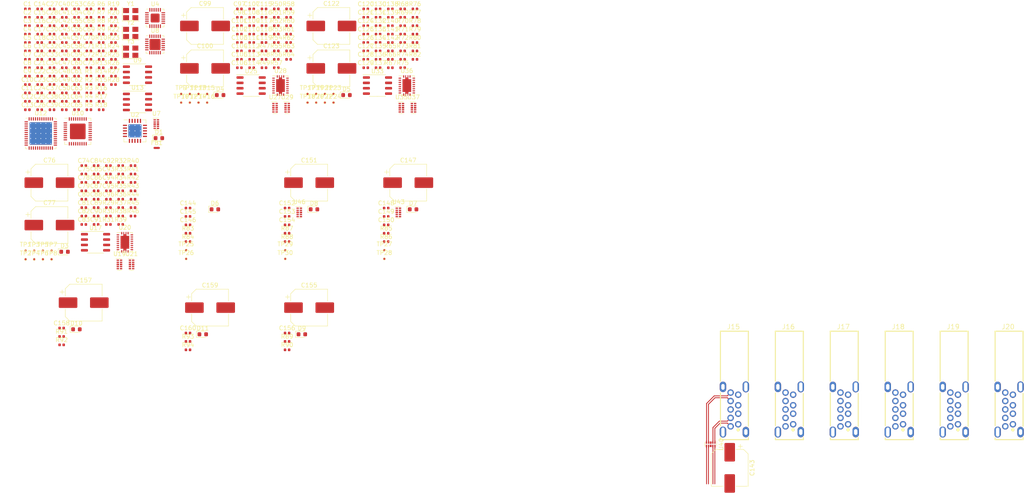
<source format=kicad_pcb>
(kicad_pcb (version 20221018) (generator pcbnew)
  (layers (0 "F.Cu" signal) (1 "In1.Cu" signal) (2 "In2.Cu" signal) (31 "B.Cu" signal) (34 "B.Paste" user) (35 "F.Paste" user) (36 "B.SilkS" user "B.Silkscreen") (37 "F.SilkS" user "F.Silkscreen") (38 "B.Mask" user) (39 "F.Mask" user) (44 "Edge.Cuts" user))
  (net 0 "")
  (net 1 "Net-(C4-Pad1)")
  (net 2 "+1V5")
  (net 3 "Net-(U2-BIAS)")
  (net 4 "Net-(U3-BST)")
  (net 5 "Net-(U3-SW)")
  (net 6 "Net-(C13-Pad1)")
  (net 7 "GND")
  (net 8 "Net-(U3-FB)")
  (net 9 "Net-(U3-SS)")
  (net 10 "Net-(D7-A2)")
  (net 11 "Net-(J3-SSTX-)")
  (net 12 "Net-(J3-SSTX+)")
  (net 13 "Net-(J3-SSRX-)")
  (net 14 "Net-(J3-SSRX+)")
  (net 15 "Net-(U1-RT)")
  (net 16 "Net-(U1-EN)")
  (net 17 "+24V")
  (net 18 "Net-(U1-SW)")
  (net 19 "Net-(U1-BST)")
  (net 20 "Net-(U1-SS)")
  (net 21 "Net-(U1-FB)")
  (net 22 "PP_HV2")
  (net 23 "Net-(D8-A2)")
  (net 24 "Net-(U21-O3)")
  (net 25 "Net-(U21-O4)")
  (net 26 "Net-(D9-A2)")
  (net 27 "+3V3")
  (net 28 "Net-(D3-A2)")
  (net 29 "Net-(D4-A2)")
  (net 30 "+1V2")
  (net 31 "Net-(J9-SHIELD)")
  (net 32 "Net-(D5-A2)")
  (net 33 "Net-(D6-A2)")
  (net 34 "Net-(D1-A2)")
  (net 35 "Net-(D11-A2)")
  (net 36 "Net-(J3-SHIELD)")
  (net 37 "Net-(U2-FB)")
  (net 38 "Net-(U2-PG)")
  (net 39 "Net-(U3-EN)")
  (net 40 "Net-(U3-RT)")
  (net 41 "HUB0_~{RST}")
  (net 42 "HUB1_VBUS_DET")
  (net 43 "I2C_DATA")
  (net 44 "I2C_CLK")
  (net 45 "HUB1_~{RST}")
  (net 46 "Net-(U11-ILIM)")
  (net 47 "Net-(Q5-S)")
  (net 48 "Net-(R48-Pad1)")
  (net 49 "Net-(U31-ILIM)")
  (net 50 "Net-(U51-ILIM)")
  (net 51 "Net-(U49-ILIM)")
  (net 52 "Net-(Q5-G)")
  (net 53 "VBUS_EN_P1")
  (net 54 "VBUS_EN_P2")
  (net 55 "VBUS_EN_P3")
  (net 56 "VBUS_EN_P4")
  (net 57 "VBUS_EN_P6")
  (net 58 "VBUS_EN_P7")
  (net 60 "/PD_Port_1/SS_TX+")
  (net 61 "/PD_Port_1/SS_TX-")
  (net 62 "/PD_Port_1/SS_RX+")
  (net 63 "/PD_Port_1/SS_RX-")
  (net 64 "/PD_Port_2/SS_TX+")
  (net 65 "/PD_Port_2/SS_TX-")
  (net 66 "/PD_Port_2/SS_RX+")
  (net 67 "/PD_Port_2/SS_RX-")
  (net 68 "/PD_Port_3/SS_TX+")
  (net 69 "/PD_Port_3/SS_TX-")
  (net 70 "/PD_Port_3/SS_RX+")
  (net 71 "/PD_Port_3/SS_RX-")
  (net 72 "/USB3_Port_4/D+")
  (net 73 "/USB3_Port_4/D-")
  (net 74 "/USB3_Port_4/SS_TX+")
  (net 75 "/USB3_Port_4/SS_RX+")
  (net 76 "/USB3_Port_4/SS_RX-")
  (net 77 "/USB3_Port_7/D+")
  (net 78 "/USB3_Port_7/D-")
  (net 79 "/USB3_Port_7/SS_TX+")
  (net 80 "/USB3_Port_7/SS_RX+")
  (net 81 "/USB3_Port_7/SS_RX-")
  (net 82 "/USB3_Port_6/D+")
  (net 83 "/USB3_Port_6/D-")
  (net 84 "/USB3_Port_6/SS_TX+")
  (net 85 "/USB3_Port_6/SS_RX+")
  (net 86 "/USB3_Port_6/SS_RX-")
  (net 87 "/USB2_Port_7/D-")
  (net 88 "/USB2_Port_7/D+")
  (net 89 "/USB2_Port_8/D-")
  (net 90 "/USB2_Port_8/D+")
  (net 91 "/USB2_Port_9/D-")
  (net 92 "/USB2_Port_9/D+")
  (net 93 "/USB2_Port_7/VBUS_EN")
  (net 94 "/USB2_Port_7/VBUS_~{FAULT}")
  (net 95 "/USB2_Port_8/VBUS_EN")
  (net 96 "/USB2_Port_8/VBUS_~{FAULT}")
  (net 97 "/USB2_Port_9/VBUS_EN")
  (net 98 "/USB2_Port_9/VBUS_~{FAULT}")
  (net 99 "I2C_CLK1")
  (net 100 "I2C_DATA1")
  (net 101 "Net-(J14-Pin_6)")
  (net 102 "Net-(J14-Pin_5)")
  (net 103 "Net-(J14-Pin_4)")
  (net 104 "Net-(J14-Pin_3)")
  (net 105 "I2C_CLK2")
  (net 106 "I2C_DATA2")
  (net 107 "I2C_CLK3")
  (net 108 "I2C_DATA3")
  (net 109 "Net-(U5-XTALI{slash}CLKIN)")
  (net 110 "Net-(U5-XTALO)")
  (net 111 "Net-(C45-Pad1)")
  (net 112 "Net-(C45-Pad2)")
  (net 113 "Net-(U10-XTALIN{slash}CLKIN)")
  (net 114 "Net-(U10-XTALOUT)")
  (net 115 "Net-(U10-PLLFILT)")
  (net 116 "Net-(U10-CRFILT)")
  (net 117 "Net-(C58-Pad1)")
  (net 118 "Net-(U12-VDD12)")
  (net 119 "Net-(U12-AVDD12)")
  (net 120 "Net-(C65-Pad1)")
  (net 121 "Net-(U12-VUHS_1)")
  (net 122 "Net-(U12-VUHS_2)")
  (net 123 "Net-(U5-USB3DN_RXDM5)")
  (net 124 "Net-(U12-RX-)")
  (net 125 "Net-(U5-USB3DN_RXDP5)")
  (net 126 "Net-(U12-RX+)")
  (net 127 "Net-(U12-XI)")
  (net 128 "Net-(U12-XO)")
  (net 129 "Net-(C74-Pad1)")
  (net 130 "Net-(U15-HSB1)")
  (net 131 "Net-(C75-Pad1)")
  (net 132 "Net-(U15-HSB2)")
  (net 133 "Net-(U15-ISRN)")
  (net 134 "Net-(U15-ISRP)")
  (net 135 "Net-(U15-OSRP)")
  (net 136 "Net-(U15-OSRN)")
  (net 137 "Net-(U14-C_CC1)")
  (net 138 "Net-(U14-C_CC2)")
  (net 139 "Net-(U15-VREG)")
  (net 140 "Net-(U15-COMP)")
  (net 141 "Net-(C85-Pad2)")
  (net 142 "Net-(C86-Pad1)")
  (net 143 "Net-(C87-Pad1)")
  (net 144 "Net-(U15-INTBP)")
  (net 145 "Net-(U19-O3)")
  (net 146 "Net-(J9-TX2+)")
  (net 147 "Net-(U19-O4)")
  (net 148 "Net-(J9-TX2-)")
  (net 149 "Net-(J9-TX1+)")
  (net 150 "Net-(J9-TX1-)")
  (net 151 "Net-(C97-Pad1)")
  (net 152 "Net-(U23-HSB1)")
  (net 153 "Net-(C98-Pad1)")
  (net 154 "Net-(U23-HSB2)")
  (net 155 "Net-(U23-ISRN)")
  (net 156 "Net-(U23-ISRP)")
  (net 157 "Net-(U23-OSRP)")
  (net 158 "Net-(U23-OSRN)")
  (net 159 "Net-(U22-C_CC1)")
  (net 160 "Net-(U22-C_CC2)")
  (net 161 "Net-(U23-VREG)")
  (net 162 "Net-(U23-COMP)")
  (net 163 "Net-(C108-Pad2)")
  (net 164 "Net-(C109-Pad1)")
  (net 165 "Net-(C110-Pad1)")
  (net 166 "Net-(U23-INTBP)")
  (net 167 "Net-(U27-O3)")
  (net 168 "Net-(J11-TX2+)")
  (net 169 "Net-(U27-O4)")
  (net 170 "Net-(J11-TX2-)")
  (net 171 "Net-(U29-O4)")
  (net 172 "Net-(J11-TX1+)")
  (net 173 "Net-(U29-O3)")
  (net 174 "Net-(J11-TX1-)")
  (net 175 "Net-(J11-SHIELD)")
  (net 176 "Net-(C120-Pad1)")
  (net 177 "Net-(U31-HSB1)")
  (net 178 "Net-(C121-Pad1)")
  (net 179 "Net-(U31-HSB2)")
  (net 180 "Net-(U31-ISRN)")
  (net 181 "Net-(U31-ISRP)")
  (net 182 "Net-(U31-OSRP)")
  (net 183 "Net-(U31-OSRN)")
  (net 184 "Net-(U30-C_CC1)")
  (net 185 "Net-(U30-C_CC2)")
  (net 186 "Net-(U31-VREG)")
  (net 187 "Net-(U31-COMP)")
  (net 188 "Net-(C131-Pad2)")
  (net 189 "Net-(C132-Pad1)")
  (net 190 "Net-(C133-Pad1)")
  (net 191 "Net-(U31-INTBP)")
  (net 192 "Net-(U35-O3)")
  (net 193 "Net-(J13-TX2+)")
  (net 194 "Net-(U35-O4)")
  (net 195 "Net-(J13-TX2-)")
  (net 196 "Net-(U37-O4)")
  (net 197 "Net-(J13-TX1+)")
  (net 198 "Net-(U37-O3)")
  (net 199 "Net-(J13-TX1-)")
  (net 200 "Net-(J13-SHIELD)")
  (net 201 "Net-(J15-SHIELD)")
  (net 202 "Net-(J16-SHIELD)")
  (net 203 "Net-(J17-SHIELD)")
  (net 204 "Net-(D10-A2)")
  (net 205 "Net-(J9-RX2-)")
  (net 206 "Net-(J9-RX2+)")
  (net 207 "Net-(J9-RX1-)")
  (net 208 "Net-(J9-RX1+)")
  (net 209 "Net-(J11-RX2-)")
  (net 210 "Net-(J11-RX2+)")
  (net 211 "Net-(J11-RX1-)")
  (net 212 "Net-(J11-RX1+)")
  (net 213 "Net-(J13-RX2-)")
  (net 214 "Net-(J13-RX2+)")
  (net 215 "Net-(J13-RX1-)")
  (net 216 "Net-(J13-RX1+)")
  (net 217 "Net-(U4-~{RESET})")
  (net 218 "Net-(U8-~{RESET}{slash}PA0)")
  (net 219 "Net-(R18-Pad2)")
  (net 220 "Net-(D2-A)")
  (net 221 "Net-(U5-SPI_CLK{slash}C_ATTACH3{slash}GPIO4)")
  (net 222 "Net-(U5-RBIAS)")
  (net 223 "Net-(U10-RBIAS)")
  (net 224 "Net-(U12-RTERM)")
  (net 225 "Net-(U15-VINS)")
  (net 226 "Net-(R30-Pad1)")
  (net 227 "Net-(Q1-S)")
  (net 228 "Net-(Q1-G)")
  (net 229 "Net-(U14-ADCIN1)")
  (net 230 "Net-(U14-ADCIN2)")
  (net 231 "Net-(U15-ILIM)")
  (net 232 "Net-(U15-OLIM)")
  (net 233 "Net-(U23-VINS)")
  (net 234 "Net-(Q3-S)")
  (net 235 "Net-(Q3-G)")
  (net 236 "Net-(U22-ADCIN1)")
  (net 237 "Net-(U22-ADCIN2)")
  (net 238 "Net-(U23-ILIM)")
  (net 239 "Net-(U23-OLIM)")
  (net 240 "Net-(U31-VINS)")
  (net 241 "Net-(R66-Pad1)")
  (net 242 "Net-(U30-ADCIN1)")
  (net 243 "Net-(U30-ADCIN2)")
  (net 244 "Net-(U31-OLIM)")
  (net 245 "Net-(U38-ILIM)")
  (net 246 "Net-(U41-ILIM)")
  (net 247 "Net-(U44-ILIM)")
  (net 248 "Net-(U47-ILIM)")
  (net 249 "Net-(U14-I2C2_SCL)")
  (net 250 "Net-(U14-I2C2_SDA)")
  (net 251 "Net-(U14-~{I2C2_IRQ})")
  (net 252 "Net-(U22-I2C2_SCL)")
  (net 253 "Net-(U22-I2C2_SDA)")
  (net 254 "Net-(U22-~{I2C2_IRQ})")
  (net 255 "Net-(U30-I2C2_SCL)")
  (net 256 "Net-(U30-I2C2_SDA)")
  (net 257 "Net-(U30-~{I2C2_IRQ})")
  (net 269 "Net-(U10-USBDP_UP)")
  (net 270 "Net-(U10-USBDM_UP)")
  (net 271 "Net-(U12-TX+)")
  (net 272 "Net-(U12-TX-)")
  (net 273 "Net-(U5-SPI_DO{slash}C_ATTACH2{slash}GPIO5)")
  (net 274 "Net-(U5-SPI_DI{slash}GPIO9{slash}~{CFG_BC_EN})")
  (net 275 "Net-(U5-SPI_CE_N{slash}GPIO7{slash}~{CFG_NON_REM})")
  (net 276 "Net-(U5-USB3UP_TXDP)")
  (net 277 "Net-(U5-USB3UP_TXDM)")
  (net 278 "Net-(U5-USB3UP_RXDP)")
  (net 279 "Net-(U5-USB3UP_RXDM)")
  (net 290 "Net-(J4-Pin_6)")
  (net 291 "Net-(J4-Pin_5)")
  (net 307 "Net-(U12-VBUS)")
  (net 308 "Net-(J6-DET_B)")
  (net 312 "Net-(U12-SPI_MISO)")
  (net 313 "Net-(U12-SPI_MOSI)")
  (net 314 "Net-(U12-SPI_CK)")
  (net 315 "Net-(U12-SPI_CS)")
  (net 317 "Net-(J6-VDD)")
  (net 318 "Net-(J8-VDD)")
  (net 319 "Net-(J8-DAT1)")
  (net 320 "Net-(J8-DAT0)")
  (net 321 "Net-(J8-CLK)")
  (net 322 "Net-(J8-CMD)")
  (net 323 "Net-(J8-CD{slash}DAT3)")
  (net 324 "Net-(J8-DAT2)")
  (net 325 "Net-(J8-WRITE_PROTECT)")
  (net 326 "Net-(J8-CARD_DETECT)")
  (net 327 "Net-(J6-DAT1)")
  (net 328 "Net-(J6-DAT0)")
  (net 329 "Net-(J6-CLK)")
  (net 330 "Net-(J6-CMD)")
  (net 331 "Net-(J6-DAT3{slash}CD)")
  (net 332 "Net-(J6-DAT2)")
  (net 338 "Net-(U14-GPIO0)")
  (net 339 "Net-(J10-Pin_6)")
  (net 340 "Net-(J10-Pin_5)")
  (net 341 "Net-(J10-Pin_4)")
  (net 342 "Net-(J10-Pin_3)")
  (net 344 "Net-(U19-I1)")
  (net 345 "Net-(U19-I2)")
  (net 346 "Net-(U19-I3)")
  (net 347 "Net-(U19-I4)")
  (net 348 "Net-(U20-C0+)")
  (net 349 "Net-(U20-C0-)")
  (net 350 "Net-(U20-C1+)")
  (net 351 "Net-(U20-C1-)")
  (net 354 "Net-(U22-GPIO0)")
  (net 355 "Net-(J12-Pin_6)")
  (net 356 "Net-(J12-Pin_5)")
  (net 357 "Net-(J12-Pin_4)")
  (net 358 "Net-(J12-Pin_3)")
  (net 360 "Net-(U27-I1)")
  (net 361 "Net-(U27-I2)")
  (net 362 "Net-(U27-I3)")
  (net 363 "Net-(U27-I4)")
  (net 364 "Net-(U28-C0+)")
  (net 365 "Net-(U28-C0-)")
  (net 366 "Net-(U28-C1+)")
  (net 367 "Net-(U28-C1-)")
  (net 370 "Net-(U30-GPIO0)")
  (net 372 "Net-(U35-I1)")
  (net 373 "Net-(U35-I2)")
  (net 374 "Net-(U35-I3)")
  (net 375 "Net-(U35-I4)")
  (net 376 "Net-(U36-C0+)")
  (net 377 "Net-(U36-C0-)")
  (net 378 "Net-(U36-C1+)")
  (net 379 "Net-(U36-C1-)")
  (net 382 "Net-(J18-SHIELD)")
  (net 383 "Net-(J19-SHIELD)")
  (net 384 "Net-(J20-SHIELD)")
  (net 397 "/USB3_Port_4/SS_TX-")
  (net 398 "/USB3_Port_6/SS_TX-")
  (net 399 "/USB3_Port_7/SS_TX-")
  (footprint "Capacitor_SMD:C_0402_1005Metric" (layer "F.Cu") (at 14.155 45.575)
    (fp_text reference "C80")
    (fp_text value "100n")
  )
  (footprint "Capacitor_SMD:C_0402_1005Metric" (layer "F.Cu") (at 62.255 51.645)
    (fp_text reference "C154")
    (fp_text value "100n")
  )
  (footprint "Capacitor_SMD:C_0402_1005Metric" (layer "F.Cu") (at 86.695 0.495)
    (fp_text reference "C138")
    (fp_text value "100n")
  )
  (footprint "Resistor_SMD:R_0402_1005Metric" (layer "F.Cu") (at 62.615 10.445)
    (fp_text reference "R63")
    (fp_text value "100k")
  )
  (footprint "Capacitor_SMD:C_0402_1005Metric" (layer "F.Cu") (at 15.355 12.435)
    (fp_text reference "C72")
    (fp_text value "TBD")
  )
  (footprint "Package_SON:USON-10_2.5x1.0mm_P0.5mm" (layer "F.Cu") (at 31.315 27.775)
    (fp_text reference "U7")
    (fp_text value "TPD4E02B04")
  )
  (footprint "Resistor_SMD:R_0402_1005Metric" (layer "F.Cu") (at 18.265 10.445)
    (fp_text reference "R11")
    (fp_text value "30k9")
  )
  (footprint "Resistor_SMD:R_0402_1005Metric" (layer "F.Cu") (at 25.795 43.585)
    (fp_text reference "R43")
    (fp_text value "50k")
  )
  (footprint "Package_SON:USON-10_2.5x1.0mm_P0.5mm" (layer "F.Cu") (at 25.455 61.015)
    (fp_text reference "U21")
    (fp_text value "TPD4E02B04")
  )
  (footprint "Package_SON:USON-10_2.5x1.0mm_P0.5mm" (layer "F.Cu") (at 88.595 48.695)
    (fp_text reference "U43")
    (fp_text value "TPD4E02B04")
  )
  (footprint "Resistor_SMD:R_0402_1005Metric" (layer "F.Cu") (at 25.795 45.575)
    (fp_text reference "R44")
    (fp_text value "50k")
  )
  (footprint "Capacitor_SMD:C_0402_1005Metric" (layer "F.Cu") (at 12.445 16.415)
    (fp_text reference "C61")
    (fp_text value "1u")
  )
  (footprint "Capacitor_SMD:C_0402_1005Metric" (layer "F.Cu") (at 85.705 51.645)
    (fp_text reference "C150")
    (fp_text value "100n")
  )
  (footprint "Resistor_SMD:R_0402_1005Metric" (layer "F.Cu") (at 22.885 43.585)
    (fp_text reference "R35")
    (fp_text value "30R1")
  )
  (footprint "Resistor_SMD:R_0402_1005Metric" (layer "F.Cu") (at 86.695 10.445)
    (fp_text reference "R65")
    (fp_text value "5m")
  )
  (footprint "Capacitor_SMD:C_0402_1005Metric" (layer "F.Cu") (at 3.715 18.405)
    (fp_text reference "C23")
    (fp_text value "100n")
  )
  (footprint "Resistor_SMD:R_0402_1005Metric" (layer "F.Cu") (at 8.905 80.065)
    (fp_text reference "R92")
    (fp_text value "300R")
  )
  (footprint "Capacitor_SMD:C_0402_1005Metric" (layer "F.Cu") (at 14.155 51.545)
    (fp_text reference "C83")
    (fp_text value "220p")
  )
  (footprint "TestPoint:TestPoint_Pad_D0.5mm" (layer "F.Cu") (at 69.145 20.625)
    (fp_text reference "TP19")
    (fp_text value "TestPoint_Small")
  )
  (footprint "Capacitor_SMD:CP_Elec_8x10.5" (layer "F.Cu") (at 167 109.2 -90)
    (fp_text reference "C143")
    (fp_text value "100u")
  )
  (footprint "Crystal:Crystal_SMD_Abracon_ABM8G-4Pin_3.2x2.5mm" (layer "F.Cu") (at 25.255 10.625)
    (fp_text reference "Y3")
    (fp_text value "25MHz")
  )
  (footprint "Capacitor_SMD:C_0402_1005Metric" (layer "F.Cu") (at 12.445 2.485)
    (fp_text reference "C54")
    (fp_text value "TBD")
  )
  (footprint "Resistor_SMD:R_0402_1005Metric" (layer "F.Cu") (at 62.615 2.485)
    (fp_text reference "R59")
    (fp_text value "DNP")
  )
  (footprint "TestPoint:TestPoint_Pad_D0.5mm" (layer "F.Cu") (at 2.425 57.745)
    (fp_text reference "TP3")
    (fp_text value "TestPoint_Small")
  )
  (footprint "Resistor_SMD:R_0402_1005Metric" (layer "F.Cu") (at 21.175 6.465)
    (fp_text reference "R22")
    (fp_text value "10k")
  )
  (footprint "Capacitor_SMD:CP_Elec_8x10.5" (layer "F.Cu") (at 72.745 4.525)
    (fp_text reference "C122")
    (fp_text value "100u")
  )
  (footprint "Connector_USB:USB3_A-TH_U231-091N-4BLCC14-S-5" (layer "F.Cu") (at 194.11 95.37 180)
    (fp_text reference "J17")
    (fp_text value "USB3_A" hide)
  )
  (footprint "Resistor_SMD:R_0402_1005Metric" (layer "F.Cu") (at 92.515 4.475)
    (fp_text reference "R78")
    (fp_text value "DNP")
  )
  (footprint "Capacitor_SMD:C_0402_1005Metric" (layer "F.Cu") (at 50.975 10.445)
    (fp_text reference "C104")
    (fp_text value "100n")
  )
  (footprint "Resistor_SMD:R_0402_1005Metric" (layer "F.Cu") (at 62.615 6.465)
    (fp_text reference "R61")
    (fp_text value "50k")
  )
  (footprint "Diode_SMD:D_0603_1608Metric" (layer "F.Cu") (at 31.925 31.095)
    (fp_text reference "D1")
    (fp_text value "VBUS05B1-SD0\n")
  )
  (footprint "Capacitor_SMD:C_0402_1005Metric" (layer "F.Cu") (at 6.625 22.385)
    (fp_text reference "C38")
    (fp_text value "100n")
  )
  (footprint "Capacitor_SMD:C_0402_1005Metric" (layer "F.Cu") (at 0.805 24.375)
    (fp_text reference "C13")
    (fp_text value "56p")
  )
  (footprint "Capacitor_SMD:C_0402_1005Metric" (layer "F.Cu") (at 80.875 2.485)
    (fp_text reference "C121")
    (fp_text value "47n")
  )
  (footprint "Capacitor_SMD:C_0402_1005Metric" (layer "F.Cu") (at 50.975 12.435)
    (fp_text reference "C105")
    (fp_text value "220p")
  )
  (footprint "Capacitor_SMD:C_0402_1005Metric" (layer "F.Cu") (at 12.445 18.405)
    (fp_text reference "C62")
    (fp_text value "100n")
  )
  (footprint "Resistor_SMD:R_0402_1005Metric" (layer "F.Cu") (at 92.515 10.445)
    (fp_text reference "R81")
    (fp_text value "100k")
  )
  (footprint "Capacitor_SMD:C_0402_1005Metric" (layer "F.Cu") (at 83.785 8.455)
    (fp_text reference "C134")
    (fp_text value "100n")
  )
  (footprint "Capacitor_SMD:C_0402_1005Metric" (layer "F.Cu") (at 3.715 8.455)
    (fp_text reference "C18")
    (fp_text value "100n")
  )
  (footprint "Capacitor_SMD:C_0402_1005Metric" (layer "F.Cu") (at 19.975 43.585)
    (fp_text reference "C95")
    (fp_text value "100n")
  )
  (footprint "Resistor_SMD:R_0402_1005Metric" (layer "F.Cu") (at 15.355 16.415)
    (fp_text reference "R1")
    (fp_text value "DNP")
  )
  (footprint "Capacitor_SMD:C_0402_1005Metric" (layer "F.Cu") (at 50.975 2.485)
    (fp_text reference "C98")
    (fp_text value "47n")
  )
  (footprint "Diode_SMD:D_0603_1608Metric" (layer "F.Cu") (at 68.625 47.965)
    (fp_text reference "D8")
    (fp_text value "VBUS05B1-SD0\n")
  )
  (footprint "Capacitor_SMD:C_0402_1005Metric" (layer "F.Cu") (at 17.065 39.605)
    (fp_text reference "C85")
    (fp_text value "1n")
  )
  (footprint "Capacitor_SMD:C_0402_1005Metric" (layer "F.Cu") (at 83.785 4.475)
    (fp_text reference "C132")
    (fp_text value "DNP")
  )
  (footprint "Capacitor_SMD:C_0402_1005Metric" (layer "F.Cu") (at 38.805 77.265)
    (fp_text reference "C160")
    (fp_text value "100n")
  )
  (footprint "Capacitor_SMD:C_0402_1005Metric" (layer "F.Cu") (at 9.535 14.425)
    (fp_text reference "C47")
    (fp_text value "100n")
  )
  (footprint "Resistor_SMD:R_0402_1005Metric" (layer "F.Cu") (at 15.355 20.395)
    (fp_text reference "R3")
    (fp_text value "8k66")
  )
  (footprint "Capacitor_SMD:C_0402_1005Metric" (layer "F.Cu") (at 86.695 2.485)
    (fp_text reference "C139")
    (fp_text value "100n")
  )
  (footprint "Connector_USB:USB3_A-TH_U231-091N-4BLCC14-S-5" (layer "F.Cu") (at 168.11 95.37 180)
    (fp_text reference "J15")
    (fp_text value "USB3_A" hide)
  )
  (footprint "Resistor_SMD:R_0402_1005Metric" (layer "F.Cu") (at 59.705 0.495)
    (fp_text reference "R50")
    (fp_text value "10k")
  )
  (footprint "Capacitor_SMD:C_0402_1005Metric" (layer "F.Cu") (at 15.355 6.465)
    (fp_text reference "C69")
    (fp_text value "100n")
  )
  (footprint "Capacitor_SMD:C_0402_1005Metric" (layer "F.Cu") (at 12.445 22.385)
    (fp_text reference "C64")
    (fp_text value "100n")
  )
  (footprint "TestPoint:TestPoint_Pad_D0.5mm" (layer "F.Cu") (at 61.825 57.645)
    (fp_text reference "TP29")
    (fp_text value "TestPoint_Small")
  )
  (footprint "Diode_SMD:D_0603_1608Metric" (layer "F.Cu") (at 46.415 20.895)
    (fp_text reference "D4")
    (fp_text value "TBD")
  )
  (footprint "Capacitor_SMD:C_0402_1005Metric" (layer "F.Cu") (at 6.625 6.465)
    (fp_text reference "C30")
    (fp_text value "100n")
  )
  (footprint "Connector_USB:USB3_A-TH_U231-091N-4BLCC14-S-5" (layer "F.Cu") (at 233.11 95.37 180)
    (fp_text reference "J20")
    (fp_text value "USB3_A" hide)
  )
  (footprint "Resistor_SMD:R_0402_1005Metric" (layer "F.Cu") (at 59.705 8.455)
    (fp_text reference "R54")
    (fp_text value "10k")
  )
  (footprint "Capacitor_SMD:CP_Elec_8x10.5" (layer "F.Cu") (at 72.745 14.575)
    (fp_text reference "C123")
    (fp_text value "100u")
  )
  (footprint "TestPoint:TestPoint_Pad_D0.5mm" (layer "F.Cu") (at 4.475 59.795)
    (fp_text reference "TP6")
    (fp_text value "TestPoint_Small")
  )
  (footprint "Capacitor_SMD:C_0402_1005Metric" (layer "F.Cu") (at 19.975 41.595)
    (fp_text reference "C94")
    (fp_text value "100n")
  )
  (footprint "Package_DFN_QFN:Texas_VQFN-RHL-20" (layer "F.Cu") (at 60.695 18.645)
    (fp_text reference "U28")
    (fp_text value "HD3SS3212")
  )
  (footprint "TestPoint:TestPoint_Pad_D0.5mm" (layer "F.Cu") (at 85.275 59.695)
    (fp_text reference "TP28")
    (fp_text value "TestPoint_Small")
  )
  (footprint "Resistor_SMD:R_0402_1005Metric" (layer "F.Cu") (at 22.885 37.615)
    (fp_text reference "R32")
    (fp_text value "10k")
  )
  (footprint "Capacitor_SMD:C_0402_1005Metric" (layer "F.Cu") (at 56.795 2.485)
    (fp_text reference "C116")
    (fp_text value "100n")
  )
  (footprint "Resistor_SMD:R_0402_1005Metric" (layer "F.Cu") (at 21.175 0.495)
    (fp_text reference "R19")
    (fp_text value "300R")
  )
  (footprint "Resistor_SMD:R_0402_1005Metric" (layer "F.Cu") (at 38.805 79.255)
    (fp_text reference "R93")
    (fp_text value "33k2")
  )
  (footprint "Resistor_SMD:R_0402_1005Metric" (layer "F.Cu") (at 19.975 47.565)
    (fp_text reference "R29")
    (fp_text value "5m")
  )
  (footprint "Resistor_SMD:R_0402_1005Metric" (layer "F.Cu") (at 21.175 2.485)
    (fp_text reference "R20")
    (fp_text value "1k")
  )
  (footprint "Connector_USB:USB3_A-TH_U231-091N-4BLCC14-S-5" (layer "F.Cu") (at 207.11 95.37 180)
    (fp_text reference "J18")
    (fp_text value "USB3_A" hide)
  )
  (footprint "Package_DFN_QFN:Texas_VQFN-RHL-20" (layer "F.Cu") (at 90.595 18.645)
    (fp_text reference "U36")
    (fp_text value "HD3SS3212")
  )
  (footprint "Resistor_SMD:R_0402_1005Metric" (layer "F.Cu") (at 56.795 12.435)
    (fp_text reference "R48")
    (fp_text value "10m")
  )
  (footprint "Capacitor_SMD:C_0402_1005Metric" (layer "F.Cu") (at 85.705 49.655)
    (fp_text reference "C149")
    (fp_text value "100n")
  )
  (footprint "Capacitor_SMD:C_0402_1005Metric" (layer "F.Cu") (at 62.255 49.655)
    (fp_text reference "C153")
    (fp_text value "100n")
  )
  (footprint "Capacitor_SMD:C_0402_1005Metric" (layer "F.Cu") (at 17.065 37.615)
    (fp_text reference "C84")
    (fp_text value "1u")
  )
  (footprint "Capacitor_SMD:C_0402_1005Metric" (layer "F.Cu") (at 53.885 2.485)
    (fp_text reference "C108")
    (fp_text value "1n")
  )
  (footprint "Capacitor_SMD:C_0402_1005Metric" (layer "F.Cu") (at 0.805 6.465)
    (fp_text reference "C4")
    (fp_text value "56p")
  )
  (footprint "NetTie:NetTie-2_SMD_Pad0.5mm" (layer "F.Cu") (at 31.405 33.415)
    (fp_text reference "FB1")
    (fp_text value "DNP")
  )
  (footprint "Capacitor_SMD:C_0402_1005Metric" (layer "F.Cu") (at 14.155 43.585)
    (fp_text reference "C79")
    (fp_text value "100n")
  )
  (footprint "Capacitor_SMD:CP_Elec_8x10.5" (layer "F.Cu") (at 44.025 71.245)
    (fp_text reference "C159")
    (fp_text value "100u")
  )
  (footprint "Resistor_SMD:R_0402_1005Metric" (layer "F.Cu") (at 18.265 8.455)
    (fp_text reference "R10")
    (fp_text value "DNP")
  )
  (footprint "Capacitor_SMD:C_0402_1005Metric" (layer "F.Cu") (at 9.535 6.465)
    (fp_text reference "C43")
    (fp_text value "100n")
  )
  (footprint "TestPoint:TestPoint_Pad_D0.5mm" (layer "F.Cu") (at 37.195 22.675)
    (fp_text reference "TP10")
    (fp_text value "TestPoint_Small")
  )
  (footprint "Package_SON:USON-10_2.5x1.0mm_P0.5mm" (layer "F.Cu") (at 89.305 23.895)
    (fp_text reference "U35")
    (fp_text value "TPD4E02B04")
  )
  (footprint "Diode_SMD:D_0603_1608Metric" (layer "F.Cu") (at 65.755 77.565)
    (fp_text reference "D9")
    (fp_text value "VBUS05B1-SD0\n")
  )
  (footprint "Capacitor_SMD:C_0402_1005Metric" (layer "F.Cu") (at 12.445 20.395)
    (fp_text reference "C63")
    (fp_text value "1u")
  )
  (footprint "Resistor_SMD:R_0402_1005Metric" (layer "F.Cu") (at 21.175 12.435)
    (fp_text reference "R25")
    (fp_text value "12k")
  )
  (footprint "Capacitor_SMD:C_0402_1005Metric" (layer "F.Cu") (at 6.625 14.425)
    (fp_text reference "C34")
    (fp_text value "100n")
  )
  (footprint "Capacitor_SMD:C_0402_1005Metric" (layer "F.Cu") (at 0.805 2.485)
    (fp_text reference "C2")
    (fp_text value "100n")
  )
  (footprint "Resistor_SMD:R_0402_1005Metric" (layer "F.Cu") (at 19.975 49.555)
    (fp_text reference "R30")
    (fp_text value "10m")
  )
  (footprint "Capacitor_SMD:C_0402_1005Metric" (layer "F.Cu") (at 17.065 45.575)
    (fp_text reference "C88")
    (fp_text value "100n")
  )
  (footprint "Capacitor_SMD:C_0402_1005Metric" (layer "F.Cu") (at 3.715 6.465)
    (fp_text reference "C17")
    (fp_text value "1u")
  )
  (footprint "Resistor_SMD:R_0402_1005Metric" (layer "F.Cu") (at 62.615 0.495)
    (fp_text reference "R58")
    (fp_text value "30R1")
  )
  (footprint "Resistor_SMD:R_0402_1005Metric" (layer "F.Cu") (at 92.515 0.495)
    (fp_text reference "R76")
    (fp_text value "30R1")
  )
  (footprint "Capacitor_SMD:C_0402_1005Metric" (layer "F.Cu") (at 50.975 8.455)
    (fp_text reference "C103")
    (fp_text value "100n")
  )
  (footprint "Capacitor_SMD:C_0402_1005Metric" (layer "F.Cu") (at 53.885 6.465)
    (fp_text reference "C110")
    (fp_text value "DNP")
  )
  (footprint "Capacitor_SMD:C_0402_1005Metric" (layer "F.Cu") (at 12.445 0.495)
    (fp_text reference "C53")
    (fp_text value "100n")
  )
  (footprint "Capacitor_SMD:C_0402_1005Metric" (layer "F.Cu") (at 3.715 2.485)
    (fp_text reference "C15")
    (fp_text value "33n")
  )
  (footprint "Capacitor_SMD:C_0402_1005Metric" (layer "F.Cu") (at 15.355 10.445)
    (fp_text reference "C71")
    (fp_text value "TBD")
  )
  (footprint "TestPoint:TestPoint_Pad_D0.5mm" (layer "F.Cu") (at 0.375 59.795)
    (fp_text reference "TP2")
    (fp_text value "TestPoint_Small")
  )
  (footprint "Capacitor_SMD:C_0402_1005Metric" (layer "F.Cu") (at 9.535 0.495)
    (fp_text reference "C40")
    (fp_text value "2u2")
  )
  (footprint "Capacitor_SMD:C_0402_1005Metric" (layer "F.Cu") (at 6.625 4.475)
    (fp_text reference "C29")
    (fp_text value "100n")
  )
  (footprint "Capacitor_SMD:C_0402_1005Metric" (layer "F.Cu") (at 62.255 77.265)
    (fp_text reference "C156")
    (fp_text value "100n")
  )
  (footprint "Resistor_SMD:R_0402_1005Metric" (layer "F.Cu") (at 59.705 4.475)
    (fp_text reference "R52")
    (fp_text value "30R1")
  )
  (footprint "Package_DFN_QFN:QFN-48-1EP_7x7mm_P0.5mm_EP5.3x5.3mm_ThermalVias" (layer "F.Cu") (at 3.975 29.995)
    (fp_text reference "U12")
    (fp_text value "GL3224")
  )
  (footprint "Capacitor_SMD:C_0402_1005Metric" (layer "F.Cu") (at 56.795 8.455)
    (fp_text reference "C119")
    (fp_text value "100n")
  )
  (footprint "Capacitor_SMD:C_0402_1005Metric" (layer "F.Cu") (at 12.445 8.455)
    (fp_text reference "C57")
    (fp_text value "100n")
  )
  (footprint "Diode_SMD:D_0603_1608Metric" (layer "F.Cu") (at 42.305 77.565)
    (fp_text reference "D11")
    (fp_text value "VBUS05B1-SD0\n")
  )
  (footprint "Resistor_SMD:R_0402_1005Metric" (layer "F.Cu") (at 92.515 12.435)
    (fp_text reference "R82")
    (fp_text value "300R")
  )
  (footprint "Capacitor_SMD:C_0402_1005Metric" (layer "F.Cu") (at 83.785 14.425)
    (fp_text reference "C137")
    (fp_text value "100n")
  )
  (footprint "Resistor_SMD:R_0402_1005Metric" (layer "F.Cu") (at 25.795 37.615)
    (fp_text reference "R40")
    (fp_text value "30R1")
  )
  (footprint "TestPoint:TestPoint_Pad_D0.5mm" (layer "F.Cu") (at 4.475 57.745)
    (fp_text reference "TP5")
    (fp_text value "TestPoint_Small")
  )
  (footprint "Capacitor_SMD:C_0402_1005Metric" (layer "F.Cu") (at 0.805 10.445)
    (fp_text reference "C6")
    (fp_text value "4u7")
  )
  (footprint "Capacitor_SMD:C_0402_1005Metric" (layer "F.Cu") (at 8.905 76.085)
    (fp_text reference "C158")
    (fp_text value "100n")
  )
  (footprint "TestPoint:TestPoint_Pad_D0.5mm" (layer "F.Cu") (at 41.295 22.675)
    (fp_text reference "TP14")
    (fp_text value "TestPoint_Small")
  )
  (footprint "TestPoint:TestPoint_Pad_D0.5mm" (layer "F.Cu") (at 43.345 22.675)
    (fp_text reference "TP16")
    (fp_text value "TestPoint_Small")
  )
  (footprint "Resistor_SMD:R_0402_1005Metric" (layer "F.Cu") (at 89.605 14.425)
    (fp_text reference "R75")
    (fp_text value "30R1")
  )
  (footprint "Capacitor_SMD:C_0402_1005Metric" (layer "F.Cu") (at 19.975 37.615)
    (fp_text reference "C92")
    (fp_text value "100n")
  )
  (footprint "Capacitor_SMD:C_0402_1005Metric" (layer "F.Cu") (at 0.805 20.395)
    (fp_text reference "C11")
    (fp_text value "100n")
  )
  (footprint "Capacitor_SMD:C_0402_1005Metric" (layer "F.Cu") (at 15.355 0.495)
    (fp_text reference "C66")
    (fp_text value "1u")
  )
  (footprint "Package_DFN_QFN:QFN-24-1EP_4x4mm_P0.5mm_EP2.6x2.6mm" (layer "F.Cu") (at 31.005 8.915)
    (fp_text reference "U8")
    (fp_text value "ATtiny3227-M")
  )
  (footprint "Capacitor_SMD:CP_Elec_8x10.5" (layer "F.Cu") (at 6.025 51.695)
    (fp_text reference "C77")
    (fp_text value "100u")
  )
  (footprint "Capacitor_SMD:C_0402_1005Metric" (layer "F.Cu") (at 17.065 47.565)
    (fp_text reference "C89")
    (fp_text value "100p")
  )
  (footprint "Resistor_SMD:R_0402_1005Metric" (layer "F.Cu") (at 15.355 18.405)
    (fp_text reference "R2")
    (fp_text value "DNP")
  )
  (footprint "Resistor_SMD:R_0402_1005Metric" (layer "F.Cu") (at 25.795 39.605)
    (fp_text reference "R41")
    (fp_text value "DNP")
  )
  (footprint "Resistor_SMD:R_0402_1005Metric" (layer "F.Cu") (at 85.705 53.635)
    (fp_text reference "R85")
    (fp_text value "33k2")
  )
  (footprint "Resistor_SMD:R_0402_1005Metric" (layer "F.Cu") (at 21.175 14.425)
    (fp_text reference "R26")
    (fp_text value "12k")
  )
  (footprint "Package_SON:USON-10_2.5x1.0mm_P0.5mm" (layer "F.Cu") (at 59.405 23.895)
    (fp_text reference "U27")
    (fp_text value "TPD4E02B04")
  )
  (footprint "Capacitor_SMD:C_0402_1005Metric" (layer "F.Cu") (at 3.715 16.415)
    (fp_text reference "C22")
    (fp_text value "100n")
  )
  (footprint "Capacitor_SMD:C_0402_1005Metric" (layer "F.Cu") (at 3.715 0.495)
    (fp_text reference "C14")
    (fp_text value "4u7")
  )
  (footprint "Capacitor_SMD:C_0402_1005Metric" (layer "F.Cu") (at 83.785 0.495)
    (fp_text reference "C130")
    (fp_text value "1u")
  )
  (footprint "Resistor_SMD:R_0402_1005Metric" (layer "F.Cu") (at 92.515 8.455)
    (fp_text reference "R80")
    (fp_text value "50k")
  )
  (footprint "Resistor_SMD:R_0402_1005Metric" (layer "F.Cu") (at 56.795 14.425)
    (fp_text reference "R49")
    (fp_text value "10k")
  )
  (footprint "Resistor_SMD:R_0402_1005Metric" (layer "F.Cu") (at 62.255 53.635)
    (fp_text reference "R87")
    (fp_text value "33k2")
  )
  (footprint "Resistor_SMD:R_0402_1005Metric" (layer "F.Cu") (at 59.705 2.485)
    (fp_text reference "R51")
    (fp_text value "10k")
  )
  (footprint "Resistor_SMD:R_0402_1005Metric" (layer "F.Cu") (at 22.885 47.565)
    (fp_text reference "R37")
    (fp_text value "10k")
  )
  (footprint "Resistor_SMD:R_0402_1005Metric" (layer "F.Cu") (at 59.705 14.425)
    (fp_text reference "R57")
    (fp_text value "30R1")
  )
  (footprint "Capacitor_SMD:C_0402_1005Metric" (layer "F.Cu") (at 17.065 49.555)
    (fp_text reference "C90")
    (fp_text value "100n")
  )
  (footprint "Connector_USB:USB3_A-TH_U231-091N-4BLCC14-S-5" (layer "F.Cu") (at 181.11 95.37 180)
    (fp_text reference "J16")
    (fp_text value "USB3_A" hide)
  )
  (footprint "Capacitor_SMD:C_0402_1005Metric" (layer "F.Cu") (at 6.625 18.405)
    (fp_text reference "C36")
    (fp_text value "100n")
  )
  (footprint "TestPoint:TestPoint_Pad_D0.5mm" (layer "F.Cu") (at 67.095 22.675)
    (fp_text reference "TP18")
    (fp_text value "TestPoint_Small")
  )
  (footprint "Capacitor_SMD:C_0402_1005Metric" (layer "F.Cu") (at 0.805 14.425)
    (fp_text reference "C8")
    (fp_text value "1u")
  )
  (footprint "Capacitor_SMD:C_0402_1005Metric" (layer "F.Cu") (at 80.875 10.445)
    (fp_text reference "C127")
    (fp_text value "100n")
  )
  (footprint "Resistor_SMD:R_0402_1005Metric" (layer "F.Cu") (at 25.795 47.565)
    (fp_text reference "R45")
    (fp_text value "100k")
  )
  (footprint "Capacitor_SMD:C_0402_1005Metric" (layer "F.Cu") (at 3.715 22.385)
    (fp_text reference "C25")
    (fp_text value "100n")
  )
  (footprint "Capacitor_SMD:C_0402_1005Metric" (layer "F.Cu") (at 0.805 0.495)
    (fp_text reference "C1")
    (fp_text value "10u")
  )
  (footprint "Capacitor_SMD:C_0402_1005Metric" (layer "F.Cu") (at 14.155 49.555)
    (fp_text reference "C82")
    (fp_text value "220p")
  )
  (footprint "Capacitor_SMD:C_0402_1005Metric" (layer "F.Cu") (at 53.885 12.435)
    (fp_text reference "C113")
    (fp_text value "100n")
  )
  (footprint "TestPoint:TestPoint_Pad_D0.5mm" (layer "F.Cu") (at 39.245 22.675)
    (fp_text reference "TP12")
    (fp_text value "TestPoint_Small")
  )
  (footprint "Resistor_SMD:R_0402_1005Metric" (layer "F.Cu") (at 62.615 4.475)
    (fp_text reference "R60")
    (fp_text value "DNP")
  )
  (footprint "Capacitor_SMD:C_0402_1005Metric" (layer "F.Cu") (at 50.975 0.495)
    (fp_text reference "C97")
    (fp_text value "47n")
  )
  (footprint "Capacitor_SMD:C_0402_1005Metric" (layer "F.Cu") (at 0.805 8.455)
    (fp_text reference "C5")
    (fp_text value "4u7")
  )
  (footprint "Capacitor_SMD:C_0402_1005Metric" (layer "F.Cu") (at 19.975 45.575)
    (fp_text reference "C96")
    (fp_text value "100n")
  )
  (footprint "Capacitor_SMD:C_0402_1005Metric" (layer "F.Cu") (at 6.625 0.495)
    (fp_text reference "C27")
    (fp_text value "100n")
  )
  (footprint "Resistor_SMD:R_0402_1005Metric" (layer "F.Cu") (at 22.885 51.545)
    (fp_text reference "R39")
    (fp_text value "30R1")
  )
  (footprint "Capacitor_SMD:C_0402_1005Metric" (layer "F.Cu") (at 50.975 4.475)
    (fp_text reference "C101")
    (fp_text value "1u")
  )
  (footprint "Capacitor_SMD:CP_Elec_8x10.5" (layer "F.Cu") (at 42.845 14.575)
    (fp_text reference "C100")
    (fp_text value "100u")
  )
  (footprint "Capacitor_SMD:C_0402_1005Metric" (layer "F.Cu") (at 56.795 4.475)
    (fp_text reference "C117")
    (fp_text value "100n")
  )
  (footprint "Resistor_SMD:R_0402_1005Metric" (layer "F.Cu") (at 89.605 0.495)
    (fp_text reference "R68")
    (fp_text value "10k")
  )
  (footprint "Resistor_SMD:R_0402_1005Metric" (layer "F.Cu") (at 21.175 16.415)
    (fp_text reference "R27")
    (fp_text value "150k")
  )
  (footprint "Resistor_SMD:R_0402_1005Metric" (layer "F.Cu") (at 25.795 41.595)
    (fp_text reference "R42")
    (fp_text value "DNP")
  )
  (footprint "Resistor_SMD:R_0402_1005Metric" (layer "F.Cu") (at 62.615 12.435)
    (fp_text reference "R64")
    (fp_text value "300R")
  )
  (footprint "Resistor_SMD:R_0402_1005Metric" (layer "F.Cu") (at 86.695 14.425)
    (fp_text reference "R67")
    (fp_text value "10k")
  )
  (footprint "Resistor_SMD:R_0402_1005Metric" (layer "F.Cu") (at 22.885 45.575)
    (fp_text reference "R36")
    (fp_text value "10k")
  )
  (footprint "Resistor_SMD:R_0402_1005Metric" (layer "F.Cu") (at 18.265 6.465)
    (fp_text reference "R9")
    (fp_text value "DNP")
  )
  (footprint "Capacitor_SMD:CP_Elec_8x10.5" (layer "F.Cu") (at 14.125 70.065)
    (fp_text reference "C157")
    (fp_text value "100u")
  )
  (footprint "Resistor_SMD:R_0402_1005Metric" (layer "F.Cu") (at 89.605 10.445)
    (fp_text reference "R73")
    (fp_text value "10k")
  )
  (footprint "TestPoint:TestPoint_Pad_D0.5mm" (layer "F.Cu") (at 61.825 59.695)
    (fp_text reference "TP30")
    (fp_text value "TestPoint_Small")
  )
  (footprint "Capacitor_SMD:C_0402_1005Metric" (layer "F.Cu") (at 6.625 20.395)
    (fp_text reference "C37")
    (fp_text value "100n")
  )
  (footprint "TestPoint:TestPoint_Pad_D0.5mm" (layer "F.Cu") (at 85.275 57.645)
    (fp_text reference "TP27")
    (fp_text value "TestPoint_Small")
  )
  (footprint "Capacitor_SMD:C_0402_1005Metric" (layer "F.Cu") (at 17.065 41.595)
    (fp_text reference "C86")
    (fp_text value "DNP")
  )
  (footprint "Package_SO:SOP-8_3.9x4.9mm_P1.27mm" (layer "F.Cu") (at 26.855 22.525)
    (fp_text reference "U13")
    (fp_text value "GD25D10CT")
  )
  (footprint "Capacitor_SMD:C_0402_1005Metric" (layer "F.Cu") (at 83.785 12.435)
    (fp_text reference "C136")
    (fp_text value "100n")
  )
  (footprint "Package_SON:USON-10_2.5x1.0mm_P0.5mm" (layer "F.Cu") (at 65.145 48.695)
    (fp_text reference "U46")
    (fp_text value "TPD4E02B04")
  )
  (footprint "Crystal:Crystal_SMD_Abracon_ABM8G-4Pin_3.2x2.5mm" (layer "F.Cu") (at 25.255 1.725)
    (fp_text reference "Y1")
    (fp_text value "25MHz")
  )
  (footprint "Capacitor_SMD:C_0402_1005Metric" (layer "F.Cu") (at 14.155 37.615)
    (fp_text reference "C74")
    (fp_text value "47n")
  )
  (footprint "TestPoint:TestPoint_Pad_D0.5mm" (layer "F.Cu") (at 41.295 20.625)
    (fp_text reference "TP13")
    (fp_text value "TestPoint_Small")
  )
  (footprint "Capacitor_SMD:C_0402_1005Metric" (layer "F.Cu") (at 0.805 18.405)
    (fp_text reference "C10")
    (fp_text value "10u")
  )
  (footprint "Capacitor_SMD:C_0402_1005Metric" (layer "F.Cu") (at 0.805 16.415)
    (fp_text reference "C9")
    (fp_text value "33n")
  )
  (footprint "Resistor_SMD:R_0402_1005Metric" (layer "F.Cu") (at 21.175 10.445)
    (fp_text reference "R24")
    (fp_text value "100k")
  )
  (footprint "Capacitor_SMD:C_0402_1005Metric" (layer "F.Cu") (at 9.535 18.405)
    (fp_text reference "C49")
    (fp_text value "100n")
  )
  (footprint "Resistor_SMD:R_0402_1005Metric" (layer "F.Cu") (at 89.605 8.455)
    (fp_text reference "R72")
    (fp_text value "10k")
  )
  (footprint "Resistor_SMD:R_0402_1005Metric" (layer "F.Cu") (at 8.905 78.075)
    (fp_text reference "R91")
    (fp_text value "33k2")
  )
  (footprint "Capacitor_SMD:C_0402_1005Metric" (layer "F.Cu") (at 38.805 49.655)
    (fp_text reference "C145")
    (fp_text value "100n")
  )
  (footprint "Capacitor_SMD:C_0402_1005Metric" (layer "F.Cu") (at 17.065 43.585)
    (fp_text reference "C87")
    (fp_text value "DNP")
  )
  (footprint "TestPoint:TestPoint_Pad_D0.5mm" (layer "F.Cu") (at 67.095 20.625)
    (fp_text reference "TP17")
    (fp_text value "TestPoint_Small")
  )
  (footprint "Resistor_SMD:R_0402_1005Metric" (layer "F.Cu") (at 89.605 2.485)
    (fp_text reference "R69")
    (fp_text value "10k")
  )
  (footprint "Resistor_SMD:R_0402_1005Metric" (layer "F.Cu") (at 92.515 6.465)
    (fp_text reference "R79")
    (fp_text value "50k")
  )
  (footprint "Package_SON:USON-10_2.5x1.0mm_P0.5mm" (layer "F.Cu") (at 62.275 23.895)
    (fp_text reference "U29")
    (fp_text value "TPD4E02B04")
  )
  (footprint "Package_SON:USON-10_2.5x1.0mm_P0.5mm" (layer "F.Cu") (at 22.585 61.015)
    (fp_text reference "U19")
    (fp_text value "TPD4E02B04")
  )
  (footprint "Capacitor_SMD:C_0402_1005Metric" (layer "F.Cu") (at 3.715 4.475)
    (fp_text reference "C16")
    (fp_text value "100n")
  )
  (footprint "Capacitor_SMD:C_0402_1005Metric" (layer "F.Cu") (at 9.535 20.395)
    (fp_text reference "C50")
    (fp_text value "100n")
  )
  (footprint "Resistor_SMD:R_0402_1005Metric" (layer "F.Cu") (at 62.615 8.455)
    (fp_text reference "R62")
    (fp_text value "50k")
  )
  (footprint "Resistor_SMD:R_0402_1005Metric" (layer "F.Cu") (at 25.795 49.555)
    (fp_text reference "R46")
    (fp_text value "300R")
  )
  (footprint "TestPoint:TestPoint_Pad_D0.5mm" (layer "F.Cu") (at 73.245 22.675)
    (fp_text reference "TP24")
    (fp_text value "TestPoint_Small")
  )
  (footprint "Capacitor_SMD:C_0402_1005Metric" (layer "F.Cu") (at 53.885 0.495)
    (fp_text reference "C107")
    (fp_text value "1u")
  )
  (footprint "Resistor_SMD:R_0402_1005Metric" (layer "F.Cu") (at 21.175 4.475)
    (fp_text reference "R21")
    (fp_text value "10k")
  )
  (footprint "Capacitor_SMD:C_0402_1005Metric" (layer "F.Cu") (at 9.535 24.375)
    (fp_text reference "C52")
    (fp_text value "100n")
  )
  (footprint "Capacitor_SMD:C_0402_1005Metric" (layer "F.Cu") (at 3.715 24.375)
    (fp_text reference "C26")
    (fp_text value "100n")
  )
  (footprint "Resistor_SMD:R_0402_1005Metric" (layer "F.Cu") (at 18.265 16.415)
    (fp_text reference "R14")
    (fp_text value "10k")
  )
  (footprint "Resistor_SMD:R_0402_1005Metric" (layer "F.Cu") (at 62.255 55.625)
    (fp_text reference "R88")
    (fp_text value "300R")
  )
  (footprint "Package_SO:SOP-8_3.9x4.9mm_P1.27mm" (layer "F.Cu") (at 16.925 55.765)
    (fp_text reference "U17")
    (fp_text value "GD25D10CT")
  )
  (footprint "Package_SO:SOP-8_3.9x4.9mm_P1.27mm" (layer "F.Cu") (at 83.645 18.645)
    (fp_text reference "U33")
    (fp_text value "GD25D10CT")
  )
  (footprint "Capacitor_SMD:C_0402_1005Metric" (layer "F.Cu") (at 50.975 14.425)
    (fp_text reference "C106")
    (fp_text value "220p")
  )
  (footprint "Resistor_SMD:R_0402_1005Metric" (layer "F.Cu") (at 18.265 2.485)
    (fp_text reference "R7")
    (fp_text value "20k")
  )
  (footprint "Diode_SMD:D_0603_1608Metric" (layer "F.Cu") (at 45.175 47.965)
    (fp_text reference "D6")
    (fp_text value "VBUS05B1-SD0\n")
  )
  (footprint "Capacitor_SMD:C_0402_1005Metric" (layer "F.Cu") (at 3.715 12.435)
    (fp_text reference "C20")
    (fp_text value "100n")
  )
  (footprint "Capacitor_SMD:C_0402_1005Metric" (layer "F.Cu") (at 80.875 8.455)
    (fp_text reference "C126")
    (fp_text value "100n")
  )
  (footprint "TestPoint:TestPoint_Pad_D0.5mm" (layer "F.Cu") (at 2.425 59.795)
    (fp_text reference "TP4")
    (fp_text value "TestPoint_Small")
  )
  (footprint "Package_SON:USON-10_2.5x1.0mm_P0.5mm" (layer "F.Cu") (at 92.175 23.895)
    (fp_text reference "U37")
    (fp_text value "TPD4E02B04")
  )
  (footprint "Resistor_SMD:R_0402_1005Metric" (layer "F.Cu") (at 38.805 55.625)
    (fp_text reference "R84")
    (fp_text value "300R")
  )
  (footprint "Capacitor_SMD:C_0402_1005Metric" (layer "F.Cu") (at 3.715 20.395)
    (fp_text reference "C24")
    (fp_text value "100n")
  )
  (footprint "Capacitor_SMD:C_0402_1005Metric" (layer "F.Cu") (at 53.885 14.425)
    (fp_text reference "C114")
    (fp_text value "100n")
  )
  (footprint "Capacitor_SMD:C_0402_1005Metric" (layer "F.Cu") (at 3.715 14.425)
    (fp_text reference "C21")
    (fp_text value "100n")
  )
  (footprint "Resistor_SMD:R_0402_1005Metric" (layer "F.Cu") (at 15.355 24.375)
    (fp_text reference "R5")
    (fp_text value "10k")
  )
  (footprint "TestPoint:TestPoint_Pad_D0.5mm" (layer "F.Cu") (at 43.345 20.625)
    (fp_text reference "TP15")
    (fp_text value "TestPoint_Small")
  )
  (footprint "TestPoint:TestPoint_Pad_D0.5mm" (layer "F.Cu") (at 37.195 20.625)
    (fp_text reference "TP9")
    (fp_text value "TestPoint_Small")
  )
  (footprint "Capacitor_SMD:C_0402_1005Metric" (layer "F.Cu") (at 0.805 12.435)
    (fp_text reference "C7")
    (fp_text value "22u")
  )
  (footprint "Diode_SMD:D_0603_1608Metric" (layer "F.Cu") (at 92.075 47.965)
    (fp_text reference "D7")
    (fp_text value "VBUS05B1-SD0\n")
  )
  (footprint "Capacitor_SMD:C_0402_1005Metric" (layer "F.Cu") (at 12.445 12.435)
    (fp_text reference "C59")
    (fp_text value "100n")
  )
  (footprint "Capacitor_SMD:C_0402_1005Metric" (layer "F.Cu") (at 80.875 0.495)
    (fp_text reference "C120")
    (fp_text value "47n")
  )
  (footprint "Capacitor_SMD:C_0402_1005Metric" (layer "F.Cu") (at 6.625 24.375)
    (fp_text reference "C39")
    (fp_text value "1u")
  )
  (footprint "Diode_SMD:D_0603_1608Metric" (layer "F.Cu") (at 76.315 20.895)
    (fp_text reference "D5")
    (fp_text value "TBD")
  )
  (footprint "Capacitor_SMD:C_0402_1005Metric" (layer "F.Cu") (at 9.535 10.445)
    (fp_text reference "C45")
    (fp_text value "1u")
  )
  (footprint "Connector_USB:USB3_A-TH_U231-091N-4BLCC14-S-5" (layer "F.Cu") (at 220.11 95.37 180)
    (fp_text reference "J19")
    (fp_text value "USB3_A" hide)
  )
  (footprint "Capacitor_SMD:C_0402_1005Metric" (layer "F.Cu") (at 80.875 12.435)
    (fp_text reference "C128")
    (fp_text value "220p")
  )
  (footprint "Capacitor_SMD:CP_Elec_8x10.5" (layer "F.Cu") (at 67.475 71.245)
    (fp_text reference "C155")
    (fp_text value "100u")
  )
  (footprint "Resistor_SMD:R_0402_1005Metric" (layer "F.Cu") (at 18.265 24.375)
    (fp_text reference "R18")
    (fp_text value "10k")
  )
  (footprint "Capacitor_SMD:C_0402_1005Metric" (layer "F.Cu") (at 9.535 22.385)
    (fp_text reference "C51")
    (fp_text value "100n")
  )
  (footprint "TestPoint:TestPoint_Pad_D0.5mm" (layer "F.Cu") (at 69.145 22.675)
    (fp_text reference "TP20")
    (fp_text value "TestPoint_Small")
  )
  (footprint "Resistor_SMD:R_0402_1005Metric" (layer "F.Cu") (at 62.255 81.245)
    (fp_text reference "R90")
    (fp_text value "300R")
  )
  (footprint "Resistor_SMD:R_0402_1005Metric" (layer "F.Cu") (at 38.805 81.245)
    (fp_text reference "R94")
    (fp_text value "300R")
  )
  (footprint "Capacitor_SMD:C_0402_1005Metric" (layer "F.Cu") (at 6.625 8.455)
    (fp_text reference "C31")
    (fp_text value "100n")
  )
  (footprint "Capacitor_SMD:C_0402_1005Metric" (layer "F.Cu") (at 12.445 14.425)
    (fp_text reference "C60")
    (fp_text value "100n")
  )
  (footprint "Capacitor_SMD:C_0402_1005Metric" (layer "F.Cu") (at 15.355 2.485)
    (fp_text reference "C67")
    (fp_text value "1u")
  )
  (footprint "Capacitor_SMD:C_0402_1005Metric" (layer "F.Cu") (at 0.805 22.385)
    (fp_text reference "C12")
    (fp_text value "100n")
  )
  (footprint "Capacitor_SMD:C_0402_1005Metric" (layer "F.Cu") (at 56.795 6.465)
    (fp_text reference "C118")
    (fp_text value "100n")
  )
  (footprint "Capacitor_SMD:C_0402_1005Metric" (layer "F.Cu") (at 6.625 10.445)
    (fp_text reference "C32")
    (fp_text value "100n")
  )
  (footprint "Capacitor_SMD:C_0402_1005Metric" (layer "F.Cu") (at 86.695 4.475)
    (fp_text reference "C140")
    (fp_text value "100n")
  )
  (footprint "Capacitor_SMD:CP_Elec_8x10.5" (layer "F.Cu") (at 67.475 41.645)
    (fp_text reference "C151")
    (fp_text value "100u")
  )
  (footprint "Capacitor_SMD:C_0402_1005Metric" (layer "F.Cu") (at 15.355 8.455)
    (fp_text reference "C70")
    (fp_text value "100n")
  )
  (footprint "Capacitor_SMD:C_0402_1005Metric" (layer "F.Cu") (at 83.785 10.445)
    (fp_text reference "C135")
    (fp_text value "100p")
  )
  (footprint "Capacitor_SMD:C_0402_1005Metric" (layer "F.Cu") (at 9.535 2.485)
    (fp_text reference "C41")
    (fp_text value "TBD")
  )
  (footprint "Capacitor_SMD:C_0402_1005Metric" (layer "F.Cu") (at 38.805 47.665)
    (fp_text reference "C144")
    (fp_text value "100n")
  )
  (footprint "TestPoint:TestPoint_Pad_D0.5mm" (layer "F.Cu") (at 71.195 20.625)
    (fp_text reference "TP21")
    (fp_text value "TestPoint_Small")
  )
  (footprint "Capacitor_SMD:C_0402_1005Metric" (layer "F.Cu") (at 9.535 8.455)
    (fp_text reference "C44")
    (fp_text value "100n")
  )
  (footprint "Capacitor_SMD:C_0402_1005Metric" (layer "F.Cu") (at 53.885 8.455)
    (fp_text reference "C111")
    (fp_text value "100n")
  )
  (footprint "Capacitor_SMD:CP_Elec_8x10.5" (layer "F.Cu") (at 42.845 4.525)
    (fp_text reference "C99")
    (fp_text value "100u")
  )
  (footprint "Capacitor_SMD:C_0402_1005Metric" (layer "F.Cu") (at 80.875 14.425)
    (fp_text reference "C129")
    (fp_text value "220p")
  )
  (footprint "Capacitor_SMD:C_0402_1005Metric" (layer "F.Cu") (at 14.155 41.595)
    (fp_text reference "C78")
    (fp_text value "1u")
  )
  (footprint "Capacitor_SMD:C_0402_1005Metric" (layer "F.Cu") (at 19.975 39.605)
    (fp_text reference "C93")
    (fp_text value "100n")
  )
  (footprint "Resistor_SMD:R_0402_1005Metric" (layer "F.Cu") (at 89.605 6.465)
    (fp_text reference "R71")
    (fp_text value "30R1")
  )
  (footprint "Resistor_SMD:R_0402_1005Metric" (layer "F.Cu") (at 22.885 39.605)
    (fp_text reference "R33")
    (fp_text value "10k")
  )
  (footprint "Crystal:Crystal_SMD_Abracon_ABM8G-4Pin_3.2x2.5mm" (layer "F.Cu") (at 25.255 6.175)
    (fp_text reference "Y2")
    (fp_text value "24MHz")
  )
  (footprint "Package_DFN_QFN:TQFN-20-1EP_5x5mm_P0.65mm_EP3.1x3.1mm_ThermalVias" (layer "F.Cu") (at 26.255 29.375)
    (fp_text reference "U2")
    (fp_text value "TPS74801DRCT")
  )
  (footprint "Capacitor_SMD:C_0402_1005Metric" (layer "F.Cu") (at 85.705 47.665)
    (fp_text reference "C148")
    (fp_text value "100n")
  )
  (footprint "Resistor_SMD:R_0402_1005Metric" (layer "F.Cu") (at 18.265 22.385)
    (fp_text reference "R17")
    (fp_text value "100k")
  )
  (footprint "Resistor_SMD:R_0402_1005Metric" (layer "F.Cu") (at 18.265 18.405)
    (fp_text reference "R15")
    (fp_text value "10k")
  )
  (footprint "Capacitor_SMD:CP_Elec_8x10.5" (layer "F.Cu") (at 90.925 41.645)
    (fp_text reference "C147")
    (fp_text value "100u")
  )
  (footprint "Resistor_SMD:R_0402_1005Metric" (layer "F.Cu") (at 18.265 4.475)
    (fp_text reference "R8")
    (fp_text value "10k")
  )
  (footprint "TestPoint:TestPoint_Pad_D0.5mm" (layer "F.Cu") (at 38.375 57.645)
    (fp_text reference "TP25")
    (fp_text value "TestPoint_Small")
  )
  (footprint "TestPoint:TestPoint_Pad_D0.5mm" (layer "F.Cu") (at 38.375 59.695)
    (fp_text reference "TP26")
    (fp_text value "TestPoint_Small")
  )
  (footprint "Capacitor_SMD:C_0402_1005Metric" (layer "F.Cu") (at 86.695 8.455)
    (fp_text reference "C142")
    (fp_text value "100n")
  )
  (footprint "Capacitor_SMD:C_0402_1005Metric" (layer "F.Cu") (at 6.625 16.415)
    (fp_text reference "C35")
    (fp_text value "100n")
  )
  (footprint "Capacitor_SMD:C_0402_1005Metric" (layer "F.Cu") (at 53.885 10.445)
    (fp_text reference "C112")
    (fp_text value "100p")
  )
  (footprint "Package_SO:SOP-8_3.9x4.9mm_P1.27mm" (layer "F.Cu") (at 26.855 16.075)
    (fp_text reference "U9")
    (fp_text value "GD25D10CT")
  )
  (footprint "Resistor_SMD:R_0402_1005Metric" (layer "F.Cu") (at 21.175 18.405)
    (fp_text reference "R28")
    (fp_text value "680R")
  )
  (footprint "Capacitor_SMD:C_0402_1005Metric" (layer "F.Cu") (at 12.445 10.445)
    (fp_text reference "C58")
    (fp_text value "100n")
  )
  (footprint "Capacitor_SMD:C_0402_1005Metric" (layer "F.Cu") (at 83.785 2.485)
    (fp_text reference "C131")
    (fp_text value "1n")
  )
  (footprint "TestPoint:TestPoint_Pad_D0.5mm" (layer "F.Cu") (at 39.245 20.625)
    (fp_text reference "TP11")
    (fp_text value "TestPoint_Small")
  )
  (footprint "Capacitor_SMD:C_0402_1005Metric" (layer "F.Cu") (at 15.355 4.475)
    (fp_text reference "C68")
    (fp_text value "1u")
  )
  (footprint "Capacitor_SMD:C_0402_1005Metric" (layer "F.Cu") (at 9.535 12.435)
    (fp_text reference "C46")
    (fp_text value "100n")
  )
  (footprint "TestPoint:TestPoint_Pad_D0.5mm" (layer "F.Cu") (at 73.245 20.625)
    (fp_text reference "TP23")
    (fp_text value "TestPoint_Small")
  )
  (footprint "Capacitor_SMD:C_0402_1005Metric" (layer "F.Cu") (at 53.885 4.475)
    (fp_text reference "C109")
    (fp_text value "DNP")
  )
  (footprint "Resistor_SMD:R_0402_1005Metric" (layer "F.Cu") (at 19.975 51.545)
    (fp_text reference "R31")
    (fp_text value "10k")
  )
  (footprint "Diode_SMD:D_0603_1608Metric" (layer "F.Cu") (at 12.405 76.385)
    (fp_text reference "D10")
    (fp_text value "VBUS05B1-SD0\n")
  )
  (footprint "Package_SON:USON-10_2.5x1.0mm_P0.5mm" (layer "F.Cu") (at 162.5 103.615 -90)
    (fp_text reference "U40")
    (fp_text value "TPD4E02B04")
  )
  (footprint "Resistor_SMD:R_0402_1005Metric" (layer "F.Cu") (at 89.605 4.475)
    (fp_text reference "R70")
    (fp_text value "30R1")
  )
  (footprint "Resistor_SMD:R_0402_1005Metric" (layer "F.Cu") (at 18.265 12.435)
    (fp_text reference "R12")
    (fp_text value "10k")
  )
  (footprint "Resistor_SMD:R_0402_1005Metric" (layer "F.Cu") (at 38.805 53.635)
    (fp_text reference "R83")
    (fp_text value "33k2")
  )
  (footprint "Package_SO:SOP-8_3.9x4.9mm_P1.27mm" (layer "F.Cu") (at 53.745 18.645)
    (fp_text reference "U25")
    (fp_text value "GD25D10CT")
  )
  (footprint "Capacitor_SMD:C_0402_1005Metric" (layer "F.Cu") (at 9.535 4.475)
    (fp_text reference "C42")
    (fp_text value "TBD")
  )
  (footprint "Resistor_SMD:R_0402_1005Metric" (layer "F.Cu") (at 56.795 10.445)
    (fp_text reference "R47")
    (fp_text value "5m")
  )
  (footprint "TestPoint:TestPoint_Pad_D0.5mm" (layer "F.Cu") (at 6.525 59.795)
    (fp_text reference "TP8")
    (fp_text value "TestPoint_Small")
  )
  (footprint "Capacitor_SMD:C_0402_1005Metric" (layer "F.Cu") (at 56.795 0.495)
    (fp_text reference "C115")
    (fp_text value "100n")
  )
  (footprint "Resistor_SMD:R_0402_1005Metric" (layer "F.Cu") (at 59.705 10.445)
    (fp_text reference "R55")
    (fp_text value "10k")
  )
  (footprint "Resistor_SMD:R_0402_1005Metric" (layer "F.Cu") (at 62.255 79.255)
    (fp_text reference "R89")
    (fp_text value "33k2")
  )
  (footprint "Capacitor_SMD:C_0402_1005Metric" (layer "F.Cu") (at 80.875 4.475)
    (fp_text reference "C124")
    (fp_text value "1u")
  )
  (footprint "Capacitor_SMD:C_0402_1005Metric" (layer "F.Cu") (at 3.715 10.445)
    (fp_text reference "C19")
    (fp_text value "100n")
  )
  (footprint "Capacitor_SMD:C_0402_1005Metric" (layer "F.Cu") (at 12.445 6.465)
    (fp_text reference "C56")
    (fp_text value "100n")
  )
  (footprint "Resistor_SMD:R_0402_1005Metric" (layer "F.Cu") (at 22.885 41.595)
    (fp_text reference "R34")
    (fp_text value "30R1")
  )
  (footprint "Resistor_SMD:R_0402_1005Metric" (layer "F.Cu") (at 59.705 6.465)
    (fp_text reference "R53")
    (fp_text value "30R1")
  )
  (footprint "Diode_SMD:D_0603_1608Metric" (layer "F.Cu") (at 9.595 58.015)
    (fp_text reference "D3")
    (fp_text value "TBD")
  )
  (footprint "TestPoint:TestPoint_Pad_D0.5mm" (layer "F.Cu") (at 0.375 57.745)
    (fp_text reference "TP1")
    (fp_text value "TestPoint_Small")
  )
  (footprint "Resistor_SMD:R_0402_1005Metric" (layer "F.Cu") (at 15.355 22.385)
    (fp_text reference "R4")
    (fp_text value "5k")
  )
  (footprint "Resistor_SMD:R_0402_1005Metric" (layer "F.Cu") (at 86.695 12.435)
    (fp_text reference "R66")
    (fp_text value "10m")
  )
  (footprint "Capacitor_SMD:C_0402_1005Metric" (layer "F.Cu") (at 6.625 12.435)
    (fp_text reference "C33")
    (fp_text value "100n")
  )
  (footprint "Capacitor_SMD:C_0402_1005Metric" (layer "F.Cu") (at 9.535 16.415)
    (fp_text reference "C48")
    (fp_text value "100n")
  )
  (footprint "Capacitor_SMD:C_0402_1005Metric" (layer "F.Cu") (at 14.155 39.605)
    (fp_text reference "C75")
    (fp_text value "47n")
  )
  (footprint "Capacitor_SMD:C_0402_1005Metric" (layer "F.Cu") (at 12.445 4.475)
    (fp_text reference "C55")
    (fp_text value "TBD")
  )
  (footprint "Capacitor_SMD:CP_Elec_8x10.5" (layer "F.Cu") (at 6.025 41.645)
    (fp_text reference "C76")
    (fp_text value "100u")
  )
  (footprint "Capacitor_SMD:C_0402_1005Metric" (layer "F.Cu") (at 14.155 47.565)
    (fp_text reference "C81")
    (fp_text value "100n")
  )
  (footprint "Capacitor_SMD:C_0402_1005Metric" (layer "F.Cu") (at 80.875 6.465)
    (fp_text reference "C125")
    (fp_text value "100n")
  )
  (footprint "Resistor_SMD:R_0402_1005Metric" (layer "F.Cu") (at 21.175 8.455)
    (fp_text reference "R23")
    (fp_text value "10k")
  )
  (footprint "TestPoint:TestPoint_Pad_D0.5mm" (layer "F.Cu") (at 71.195 22.675)
    (fp_text reference "TP22")
    (fp_text value "TestPoint_Small")
  )
  (footprint "Resistor_SMD:R_0402_1005Metric" (layer "F.Cu") (at 18.265 20.395)
    (fp_text reference "R16")
    (fp_text value "100k")
  )
  (footprint "Package_DFN_QFN:Texas_RGE0024C_EP2.1x2.1mm" (layer "F.Cu") (at 31.025 2.645)
    (fp_text reference "U4")
    (fp_text value "TCA9548AMRGER")
  )
  (footprint "Resistor_SMD:R_0402_1005Metric" (layer "F.Cu") (at 18.265 0.495)
    (fp_text reference "R6")
    (fp_text value "10k")
  )
  (footprint "Resistor_SMD:R_0402_1005Metric" (layer "F.Cu") (at 59.705 12.435)
    (fp_text reference "R56")
    (fp_text value "10k")
  )
  (footprint "Capacitor_SMD:C_0402_1005Metric" (layer "F.Cu") (at 62.255 47.665)
    (fp_text reference "C152")
    (fp_text value "100n")
  )
  (footprint "Capacitor_SMD:C_0402_1005Metric" (layer "F.Cu") (at 17.065 51.545)
    (fp_text reference "C91")
    (fp_text value "100n")
  )
  (footprint "Resistor_SMD:R_0402_1005Metric" (layer "F.Cu") (at 85.705 55.625)
    (fp_text reference "R86")
    (fp_text value "300R")
  )
  (footprint "Resistor_SMD:R_0402_1005Metric" (layer "F.Cu") (at 18.265 14.425)
    (fp_text reference "R13")
    (fp_text value "20k")
  )
  (footprint "Package_DFN_QFN:Texas_VQFN-RHL-20" (layer "F.Cu") (at 23.875 55.765)
    (fp_text reference "U20")
    (fp_text value "HD3SS3212")
  )
  (footprint "Capacitor_SMD:C_0402_1005Metric" (layer "F.Cu") (at 0.805 4.475)
    (fp_text reference "C3")
    (fp_text value "100n")
  )
  (footprint "Capacitor_SMD:C_0402_1005Metric" (layer "F.Cu") (at 50.975 6.465)
    (fp_text reference "C102")
    (fp_text value "100n")
  )
  (footprint "Capacitor_SMD:C_0402_1005Metric" (layer "F.Cu") (at 15.355 14.425)
    (fp_text reference "C73")
    (fp_text value "100n")
  )
  (footprint "Capacitor_SMD:C_0402_1005Metric" (layer "F.Cu") (at 6.625 2.485)
    (fp_text reference "C28")
    (fp_text value "100n")
  )
  (footprint "Capacitor_SMD:C_0402_1005Metric" (layer "F.Cu") (at 38.805 51.645)
    (fp_text reference "C146")
    (fp_text value "100n")
  )
  (footprint "Package_DFN_QFN:QFN-36-1EP_6x6mm_P0.5mm_EP3.7x3.7mm" (layer "F.Cu") (at 12.725 29.495)
    (fp_text reference "U10")
    (fp_text value "USB2514B_Bi")
  )
  (footprint "TestPoint:TestPoint_Pad_D0.5mm" (layer "F.Cu") (at 6.525 57.745)
    (fp_text reference "TP7")
    (fp_text value "TestPoint_Small")
  )
  (footprint "Capacitor_SMD:C_0402_1005Metric" (layer "F.Cu") (at 83.785 6.465)
    (fp_text reference "C133")
    (fp_text value "DNP")
  )
  (footprint "Resistor_SMD:R_0402_1005Metric" (layer "F.Cu") (at 92.515 2.485)
    (fp_text reference "R77")
    (fp_text value "DNP")
  )
  (footprint "Capacitor_SMD:C_0402_1005Metric" (layer "F.Cu") (at 12.445 24.375)
    (fp_text reference "C65")
    (fp_text value "1u")
  )
  (footprint "Resistor_SMD:R_0402_1005Metric" (layer "F.Cu") (at 89.605 12.435)
    (fp_text reference "R74")
    (fp_text value "10k")
  )
  (footprint "Resistor_SMD:R_0402_1005Metric" (layer "F.Cu") (at 22.885 49.555)
    (fp_text reference "R38")
    (fp_text value "10k")
  )
  (footprint "Capacitor_SMD:C_0402_1005Metric" (layer "F.Cu") (at 86.695 6.465)
    (fp_text reference "C141")
    (fp_text value "100n")
  )
  (segment (start 161.525 102.792499) (end 161.525 93.9568) (width 0.2) (layer "F.Cu") (net 74))
  (segment (start 161.5 102.817499) (end 161.525 102.792499) (width 0.2) (layer "F.Cu") (net 74))
  (segment (start 166.435001 92.144999) (end 167.21 91.37) (width 0.2) (layer "F.Cu") (net 74))
  (segment (start 161.5 104) (end 161.5 104.412501) (width 0.2) (layer "F.Cu") (net 74))
  (segment (start 161.5 103.23) (end 161.5 102.817499) (width 0.2) (layer "F.Cu") (net 74))
  (segment (start 161.5 104.412501) (end 161.525 104.437501) (width 0.2) (layer "F.Cu") (net 74))
  (segment (start 163.336801 92.144999) (end 166.435001 92.144999) (width 0.2) (layer "F.Cu") (net 74))
  (segment (start 161.525 93.9568) (end 163.336801 92.144999) (width 0.2) (layer "F.Cu") (net 74))
  (segment (start 161.525 104.437501) (end 161.525 113) (width 0.2) (layer "F.Cu") (net 74))
  (segment (start 163 104.412501) (end 163.025 104.437501) (width 0.2) (layer "F.Cu") (net 75))
  (segment (start 163.025 102.792499) (end 163 102.817499) (width 0.2) (layer "F.Cu") (net 75))
  (segment (start 167.21 97.37) (end 166.435 98.145) (width 0.2) (layer "F.Cu") (net 75))
  (segment (start 166.435 98.145) (end 164.5368 98.145) (width 0.2) (layer "F.Cu") (net 75))
  (segment (start 164.5368 98.145) (end 163.025 99.6568) (width 0.2) (layer "F.Cu") (net 75))
  (segment (start 163.025 104.437501) (end 163.025 113) (width 0.2) (layer "F.Cu") (net 75))
  (segment (start 163 102.817499) (end 163 103.23) (width 0.2) (layer "F.Cu") (net 75))
  (segment (start 163 104) (end 163 104.412501) (width 0.2) (layer "F.Cu") (net 75))
  (segment (start 163.025 99.6568) (end 163.025 102.792499) (width 0.2) (layer "F.Cu") (net 75))
  (segment (start 163.5 104) (end 163.5 104.412501) (width 0.2) (layer "F.Cu") (net 76))
  (segment (start 163.475 102.792499) (end 163.5 102.817499) (width 0.2) (layer "F.Cu") (net 76))
  (segment (start 163.475 104.437501) (end 163.475 113) (width 0.2) (layer "F.Cu") (net 76))
  (segment (start 166.435 98.595) (end 164.7232 98.595) (width 0.2) (layer "F.Cu") (net 76))
  (segment (start 164.7232 98.595) (end 163.475 99.8432) (width 0.2) (layer "F.Cu") (net 76))
  (segment (start 167.21 99.37) (end 166.435 98.595) (width 0.2) (layer "F.Cu") (net 76))
  (segment (start 163.475 99.8432) (end 163.475 102.792499) (width 0.2) (layer "F.Cu") (net 76))
  (segment (start 163.5 104.412501) (end 163.475 104.437501) (width 0.2) (layer "F.Cu") (net 76))
  (segment (start 163.5 102.817499) (end 163.5 103.23) (width 0.2) (layer "F.Cu") (net 76))
  (segment (start 162 104.412501) (end 161.975 104.437501) (width 0.2) (layer "F.Cu") (net 397))
  (segment (start 162 103.23) (end 162 102.817499) (width 0.2) (layer "F.Cu") (net 397))
  (segment (start 162 102.817499) (end 161.975 102.792499) (width 0.2) (layer "F.Cu") (net 397))
  (segment (start 162 104) (end 162 104.412501) (width 0.2) (layer "F.Cu") (net 397))
  (segment (start 163.523199 92.595001) (end 166.435001 92.595001) (width 0.2) (layer "F.Cu") (net 397))
  (segment (start 161.975 102.792499) (end 161.975 94.1432) (width 0.2) (layer "F.Cu") (net 397))
  (segment (start 166.435001 92.595001) (end 167.21 93.37) (width 0.2) (layer "F.Cu") (net 397))
  (segment (start 161.975 104.437501) (end 161.975 113) (width 0.2) (layer "F.Cu") (net 397))
  (segment (start 161.975 94.1432) (end 163.523199 92.595001) (width 0.2) (layer "F.Cu") (net 397))
)
</source>
